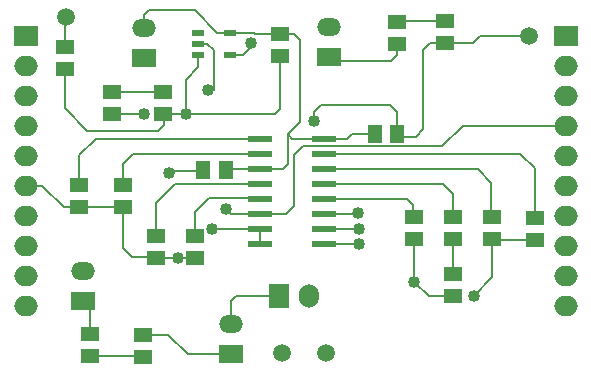
<source format=gbr>
G04 DipTrace 3.3.0.1*
G04 Top.gbr*
%MOMM*%
G04 #@! TF.FileFunction,Copper,L1,Top*
G04 #@! TF.Part,Single*
G04 #@! TA.AperFunction,Conductor*
%ADD13C,0.2*%
%ADD14C,0.15*%
%ADD15R,1.5X1.3*%
%ADD16R,1.3X1.5*%
G04 #@! TA.AperFunction,ComponentPad*
%ADD17O,2.0X1.5*%
%ADD18R,2.0X1.5*%
%ADD19R,2.0X1.7*%
%ADD20O,2.0X1.7*%
%ADD21R,1.7X2.0*%
%ADD22O,1.7X2.0*%
%ADD23C,1.5*%
%ADD24R,2.0X0.6*%
%ADD26R,1.1X0.6*%
G04 #@! TA.AperFunction,ViaPad*
%ADD27C,1.016*%
%FSLAX35Y35*%
G04*
G71*
G90*
G75*
G01*
G04 Top*
%LPD*%
X3550000Y2796000D2*
D13*
X3266000D1*
X3260000Y2790000D1*
X2570000Y3990000D2*
Y4100000D1*
X2610000Y4140000D1*
X2997500D1*
X3187500Y3950000D1*
X3300000D1*
X3720000Y3940000D2*
X3840000D1*
X3890000Y3890000D1*
Y3194990D1*
X3785010Y3090000D1*
Y2836000D1*
X3745010Y2796000D1*
X3550000D1*
X3785010Y3090000D2*
X3825010Y3050000D1*
X4090000D1*
X3300000Y3950000D2*
X3501610D1*
X3511610Y3940000D1*
X3720000D1*
X4090000Y3050000D2*
X4288723D1*
X4333723Y3095000D1*
X4525000D1*
X1910000Y4080000D2*
X1900000Y4070000D1*
Y3830000D1*
X5520000Y2200000D2*
Y1880000D1*
X5360000Y1720000D1*
X5880000Y2190000D2*
D14*
X5530000D1*
X5520000Y2200000D1*
X2020000Y2470000D2*
X2390000D1*
Y2130000D1*
X2470000Y2050000D1*
X2660000D1*
X2670000Y2040000D1*
X3000000D1*
X2020000Y2470000D2*
X1892490D1*
X1709490Y2653000D1*
X1570000D1*
X4860000Y1840000D2*
Y2200000D1*
X5190000Y1720000D2*
X4980000D1*
X4860000Y1840000D1*
X5200000Y1710000D2*
D13*
X5190000Y1720000D1*
X3550000Y2161000D2*
Y2288000D1*
X5830000Y3920000D2*
X5412640D1*
X5352640Y3860000D1*
X5120000D1*
X3030000Y3760000D2*
Y3660000D1*
X2921700Y3551700D1*
Y3260000D1*
X2730000D1*
X3310000Y1226000D2*
X2939273D1*
X2775273Y1390000D1*
X2560000D1*
X3550000Y2288000D2*
X3149500D1*
X2778400Y2757300D2*
X2801100Y2780000D1*
X3070000D1*
Y2790000D1*
X4715000Y3095000D2*
Y3275000D1*
X4650000Y3340000D1*
X4070000D1*
X4010000Y3280000D1*
Y3200010D1*
X5120000Y3860000D2*
X4990000D1*
X4930000Y3800000D1*
Y3130000D1*
X4870000Y3070000D1*
X4715000D1*
Y3095000D1*
X2921700Y3260000D2*
X3680000D1*
X3720000Y3300000D1*
Y3750000D1*
X2730000Y3260000D2*
X2740000D1*
Y3170000D1*
X2690000Y3120000D1*
X2090000D1*
X1900000Y3310000D1*
Y3640000D1*
X3550000Y2415000D2*
D14*
X3305000D1*
X3260000Y2460000D1*
X3550000Y2415000D2*
X3775000D1*
X3840000Y2480000D1*
Y2910000D1*
X3920000Y2990000D1*
X5096967D1*
X5267967Y3161000D1*
X6140000D1*
X3112500Y3466190D2*
X3160000D1*
Y3800000D1*
X3105000Y3855000D1*
X3030000D1*
X4090000Y2415000D2*
X4375000D1*
X4380000Y2420000D1*
X4090000Y2288000D2*
X4388000D1*
X4390000Y2290000D1*
X4090000Y2161000D2*
Y2160000D1*
X4390000D1*
X2300000Y3450000D2*
D13*
X2585000D1*
X2730000D1*
X2570000Y3260000D2*
X2300000D1*
X2560000Y1200000D2*
Y1210000D1*
X2110000D1*
X5190000Y2200000D2*
Y1910000D1*
X4090000Y2669000D2*
D14*
X5101000D1*
X5190000Y2580000D1*
Y2390000D1*
X4090000Y2923000D2*
X5757000D1*
X5880000Y2800000D1*
Y2380000D1*
X4090000Y2796000D2*
X5394000D1*
X5510000Y2680000D1*
Y2400000D1*
X5520000Y2390000D1*
X4090000Y2542000D2*
X4798000D1*
X4850000Y2490000D1*
Y2390000D1*
X4860000D1*
X3550000Y2542000D2*
Y2550000D1*
X3120000D1*
X3000000Y2430000D1*
Y2230000D1*
X3550000Y3050000D2*
X2160000D1*
X2020000Y2910000D1*
Y2660000D1*
X3550000Y2923000D2*
X2473000D1*
X2390000Y2840000D1*
Y2660000D1*
X3550000Y2669000D2*
X2829000D1*
X2670000Y2510000D1*
Y2230000D1*
X3710000Y1720000D2*
D13*
X3350013D1*
X3310000Y1679987D1*
Y1480000D1*
X3480000Y3860000D2*
Y3830000D1*
X3410000Y3760000D1*
X3300000D1*
X4140000Y3746000D2*
Y3710000D1*
X4660000D1*
X4710000Y3760000D1*
Y3850000D1*
Y4040000D2*
Y4050000D1*
X5120000D1*
X2050000Y1676000D2*
X2110000D1*
Y1400000D1*
D27*
X4380000Y2420000D3*
X4390000Y2290000D3*
Y2160000D3*
X3260000Y2460000D3*
X4860000Y1840000D3*
X2859200Y2040000D3*
X5360000Y1720000D3*
X4010000Y3200010D3*
X3149500Y2288000D3*
X2778400Y2757300D3*
X2921700Y3260000D3*
X3112500Y3466190D3*
X2570000Y3260000D3*
X3480000Y3860000D3*
D15*
X1900000Y3830000D3*
Y3640000D3*
D16*
X3260000Y2790000D3*
X3070000D3*
X4525000Y3095000D3*
X4715000D3*
D15*
X3720000Y3940000D3*
Y3750000D3*
D17*
X3310000Y1480000D3*
D18*
Y1226000D3*
D17*
X2570000Y3990000D3*
D18*
Y3736000D3*
D17*
X4140000Y4000000D3*
D18*
Y3746000D3*
D17*
X2050000Y1930000D3*
D18*
Y1676000D3*
D19*
X1570000Y3923000D3*
D20*
Y3669000D3*
Y3415000D3*
Y3161000D3*
Y2907000D3*
Y2653000D3*
Y2399000D3*
Y2145000D3*
Y1891000D3*
Y1637000D3*
D19*
X6140000Y3923000D3*
D20*
Y3669000D3*
Y3415000D3*
Y3161000D3*
Y2907000D3*
Y2653000D3*
Y2399000D3*
Y2145000D3*
Y1891000D3*
Y1637000D3*
D21*
X3710000Y1720000D3*
D22*
X3964000D3*
D15*
X5190000Y2390000D3*
Y2200000D3*
Y1910000D3*
Y1720000D3*
X5880000Y2380000D3*
Y2190000D3*
X5520000Y2390000D3*
Y2200000D3*
X4860000Y2390000D3*
Y2200000D3*
X2020000Y2660000D3*
Y2470000D3*
X3000000Y2230000D3*
Y2040000D3*
X2390000Y2660000D3*
Y2470000D3*
X2670000Y2230000D3*
Y2040000D3*
X2730000Y3450000D3*
Y3260000D3*
X2300000D3*
Y3450000D3*
X4710000Y3850000D3*
Y4040000D3*
X5120000Y4050000D3*
Y3860000D3*
X2560000Y1200000D3*
Y1390000D3*
X2110000Y1400000D3*
Y1210000D3*
D23*
X1910000Y4080000D3*
X5830000Y3920000D3*
X4110000Y1240000D3*
X3740000D3*
D24*
X3550000Y3050000D3*
Y2923000D3*
Y2796000D3*
Y2669000D3*
Y2542000D3*
Y2415000D3*
Y2288000D3*
Y2161000D3*
X4090000D3*
Y2288000D3*
Y2415000D3*
Y2542000D3*
Y2669000D3*
Y2796000D3*
Y2923000D3*
Y3050000D3*
D26*
X3030000Y3950000D3*
Y3855000D3*
Y3760000D3*
X3300000D3*
Y3950000D3*
M02*

</source>
